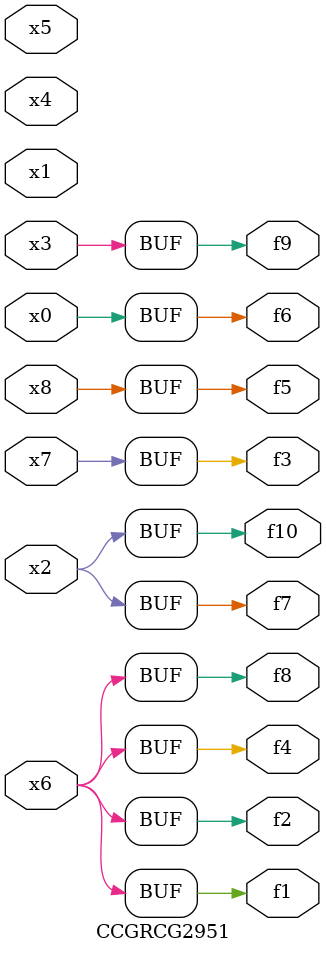
<source format=v>
module CCGRCG2951(
	input x0, x1, x2, x3, x4, x5, x6, x7, x8,
	output f1, f2, f3, f4, f5, f6, f7, f8, f9, f10
);
	assign f1 = x6;
	assign f2 = x6;
	assign f3 = x7;
	assign f4 = x6;
	assign f5 = x8;
	assign f6 = x0;
	assign f7 = x2;
	assign f8 = x6;
	assign f9 = x3;
	assign f10 = x2;
endmodule

</source>
